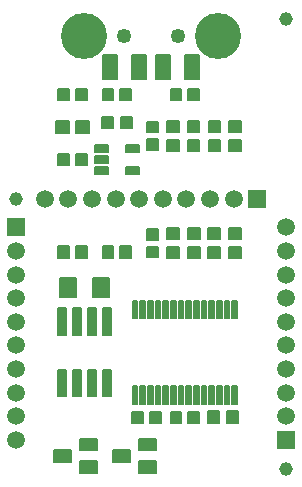
<source format=gts>
G75*
G70*
%OFA0B0*%
%FSLAX24Y24*%
%IPPOS*%
%LPD*%
%AMOC8*
5,1,8,0,0,1.08239X$1,22.5*
%
%ADD10C,0.0061*%
%ADD11C,0.0064*%
%ADD12C,0.0062*%
%ADD13C,0.0061*%
%ADD14C,0.0061*%
%ADD15C,0.0493*%
%ADD16C,0.0064*%
%ADD17C,0.1536*%
%ADD18C,0.0062*%
%ADD19C,0.0060*%
%ADD20C,0.0454*%
%ADD21R,0.0590X0.0590*%
%ADD22C,0.0590*%
D10*
X004126Y008109D02*
X004126Y008739D01*
X004126Y008109D02*
X003576Y008109D01*
X003576Y008739D01*
X004126Y008739D01*
X004126Y008169D02*
X003576Y008169D01*
X003576Y008229D02*
X004126Y008229D01*
X004126Y008289D02*
X003576Y008289D01*
X003576Y008349D02*
X004126Y008349D01*
X004126Y008409D02*
X003576Y008409D01*
X003576Y008469D02*
X004126Y008469D01*
X004126Y008529D02*
X003576Y008529D01*
X003576Y008589D02*
X004126Y008589D01*
X004126Y008649D02*
X003576Y008649D01*
X003576Y008709D02*
X004126Y008709D01*
X005228Y008739D02*
X005228Y008109D01*
X004678Y008109D01*
X004678Y008739D01*
X005228Y008739D01*
X005228Y008169D02*
X004678Y008169D01*
X004678Y008229D02*
X005228Y008229D01*
X005228Y008289D02*
X004678Y008289D01*
X004678Y008349D02*
X005228Y008349D01*
X005228Y008409D02*
X004678Y008409D01*
X004678Y008469D02*
X005228Y008469D01*
X005228Y008529D02*
X004678Y008529D01*
X004678Y008589D02*
X005228Y008589D01*
X005228Y008649D02*
X004678Y008649D01*
X004678Y008709D02*
X005228Y008709D01*
D11*
X004557Y013576D02*
X004129Y013576D01*
X004129Y013966D01*
X004557Y013966D01*
X004557Y013576D01*
X004557Y013639D02*
X004129Y013639D01*
X004129Y013702D02*
X004557Y013702D01*
X004557Y013765D02*
X004129Y013765D01*
X004129Y013828D02*
X004557Y013828D01*
X004557Y013891D02*
X004129Y013891D01*
X004129Y013954D02*
X004557Y013954D01*
X003888Y013576D02*
X003460Y013576D01*
X003460Y013966D01*
X003888Y013966D01*
X003888Y013576D01*
X003888Y013639D02*
X003460Y013639D01*
X003460Y013702D02*
X003888Y013702D01*
X003888Y013765D02*
X003460Y013765D01*
X003460Y013828D02*
X003888Y013828D01*
X003888Y013891D02*
X003460Y013891D01*
X003460Y013954D02*
X003888Y013954D01*
X004813Y003383D02*
X004813Y002993D01*
X004267Y002993D01*
X004267Y003383D01*
X004813Y003383D01*
X004813Y003056D02*
X004267Y003056D01*
X004267Y003119D02*
X004813Y003119D01*
X004813Y003182D02*
X004267Y003182D01*
X004267Y003245D02*
X004813Y003245D01*
X004813Y003308D02*
X004267Y003308D01*
X004267Y003371D02*
X004813Y003371D01*
X004813Y002635D02*
X004813Y002245D01*
X004267Y002245D01*
X004267Y002635D01*
X004813Y002635D01*
X004813Y002308D02*
X004267Y002308D01*
X004267Y002371D02*
X004813Y002371D01*
X004813Y002434D02*
X004267Y002434D01*
X004267Y002497D02*
X004813Y002497D01*
X004813Y002560D02*
X004267Y002560D01*
X004267Y002623D02*
X004813Y002623D01*
X005915Y002619D02*
X005915Y003009D01*
X005915Y002619D02*
X005369Y002619D01*
X005369Y003009D01*
X005915Y003009D01*
X005915Y002682D02*
X005369Y002682D01*
X005369Y002745D02*
X005915Y002745D01*
X005915Y002808D02*
X005369Y002808D01*
X005369Y002871D02*
X005915Y002871D01*
X005915Y002934D02*
X005369Y002934D01*
X005369Y002997D02*
X005915Y002997D01*
X006782Y002993D02*
X006782Y003383D01*
X006782Y002993D02*
X006236Y002993D01*
X006236Y003383D01*
X006782Y003383D01*
X006782Y003056D02*
X006236Y003056D01*
X006236Y003119D02*
X006782Y003119D01*
X006782Y003182D02*
X006236Y003182D01*
X006236Y003245D02*
X006782Y003245D01*
X006782Y003308D02*
X006236Y003308D01*
X006236Y003371D02*
X006782Y003371D01*
X006782Y002635D02*
X006782Y002245D01*
X006236Y002245D01*
X006236Y002635D01*
X006782Y002635D01*
X006782Y002308D02*
X006236Y002308D01*
X006236Y002371D02*
X006782Y002371D01*
X006782Y002434D02*
X006236Y002434D01*
X006236Y002497D02*
X006782Y002497D01*
X006782Y002560D02*
X006236Y002560D01*
X006236Y002623D02*
X006782Y002623D01*
X003947Y002619D02*
X003947Y003009D01*
X003947Y002619D02*
X003401Y002619D01*
X003401Y003009D01*
X003947Y003009D01*
X003947Y002682D02*
X003401Y002682D01*
X003401Y002745D02*
X003947Y002745D01*
X003947Y002808D02*
X003401Y002808D01*
X003401Y002871D02*
X003947Y002871D01*
X003947Y002934D02*
X003401Y002934D01*
X003401Y002997D02*
X003947Y002997D01*
D12*
X005998Y003907D02*
X005998Y004279D01*
X006350Y004279D01*
X006350Y003907D01*
X005998Y003907D01*
X005998Y003968D02*
X006350Y003968D01*
X006350Y004029D02*
X005998Y004029D01*
X005998Y004090D02*
X006350Y004090D01*
X006350Y004151D02*
X005998Y004151D01*
X005998Y004212D02*
X006350Y004212D01*
X006350Y004273D02*
X005998Y004273D01*
X006588Y004279D02*
X006588Y003907D01*
X006588Y004279D02*
X006940Y004279D01*
X006940Y003907D01*
X006588Y003907D01*
X006588Y003968D02*
X006940Y003968D01*
X006940Y004029D02*
X006588Y004029D01*
X006588Y004090D02*
X006940Y004090D01*
X006940Y004151D02*
X006588Y004151D01*
X006588Y004212D02*
X006940Y004212D01*
X006940Y004273D02*
X006588Y004273D01*
X007277Y004279D02*
X007277Y003907D01*
X007277Y004279D02*
X007629Y004279D01*
X007629Y003907D01*
X007277Y003907D01*
X007277Y003968D02*
X007629Y003968D01*
X007629Y004029D02*
X007277Y004029D01*
X007277Y004090D02*
X007629Y004090D01*
X007629Y004151D02*
X007277Y004151D01*
X007277Y004212D02*
X007629Y004212D01*
X007629Y004273D02*
X007277Y004273D01*
X007868Y004279D02*
X007868Y003907D01*
X007868Y004279D02*
X008220Y004279D01*
X008220Y003907D01*
X007868Y003907D01*
X007868Y003968D02*
X008220Y003968D01*
X008220Y004029D02*
X007868Y004029D01*
X007868Y004090D02*
X008220Y004090D01*
X008220Y004151D02*
X007868Y004151D01*
X007868Y004212D02*
X008220Y004212D01*
X008220Y004273D02*
X007868Y004273D01*
X006852Y009429D02*
X006480Y009429D01*
X006480Y009781D01*
X006852Y009781D01*
X006852Y009429D01*
X006852Y009490D02*
X006480Y009490D01*
X006480Y009551D02*
X006852Y009551D01*
X006852Y009612D02*
X006480Y009612D01*
X006480Y009673D02*
X006852Y009673D01*
X006852Y009734D02*
X006480Y009734D01*
X006480Y010020D02*
X006852Y010020D01*
X006480Y010020D02*
X006480Y010372D01*
X006852Y010372D01*
X006852Y010020D01*
X006852Y010081D02*
X006480Y010081D01*
X006480Y010142D02*
X006852Y010142D01*
X006852Y010203D02*
X006480Y010203D01*
X006480Y010264D02*
X006852Y010264D01*
X006852Y010325D02*
X006480Y010325D01*
X005956Y009791D02*
X005956Y009419D01*
X005604Y009419D01*
X005604Y009791D01*
X005956Y009791D01*
X005956Y009480D02*
X005604Y009480D01*
X005604Y009541D02*
X005956Y009541D01*
X005956Y009602D02*
X005604Y009602D01*
X005604Y009663D02*
X005956Y009663D01*
X005956Y009724D02*
X005604Y009724D01*
X005604Y009785D02*
X005956Y009785D01*
X005366Y009791D02*
X005366Y009419D01*
X005014Y009419D01*
X005014Y009791D01*
X005366Y009791D01*
X005366Y009480D02*
X005014Y009480D01*
X005014Y009541D02*
X005366Y009541D01*
X005366Y009602D02*
X005014Y009602D01*
X005014Y009663D02*
X005366Y009663D01*
X005366Y009724D02*
X005014Y009724D01*
X005014Y009785D02*
X005366Y009785D01*
X004128Y009791D02*
X004128Y009419D01*
X004128Y009791D02*
X004480Y009791D01*
X004480Y009419D01*
X004128Y009419D01*
X004128Y009480D02*
X004480Y009480D01*
X004480Y009541D02*
X004128Y009541D01*
X004128Y009602D02*
X004480Y009602D01*
X004480Y009663D02*
X004128Y009663D01*
X004128Y009724D02*
X004480Y009724D01*
X004480Y009785D02*
X004128Y009785D01*
X003537Y009791D02*
X003537Y009419D01*
X003537Y009791D02*
X003889Y009791D01*
X003889Y009419D01*
X003537Y009419D01*
X003537Y009480D02*
X003889Y009480D01*
X003889Y009541D02*
X003537Y009541D01*
X003537Y009602D02*
X003889Y009602D01*
X003889Y009663D02*
X003537Y009663D01*
X003537Y009724D02*
X003889Y009724D01*
X003889Y009785D02*
X003537Y009785D01*
X003537Y012502D02*
X003537Y012874D01*
X003889Y012874D01*
X003889Y012502D01*
X003537Y012502D01*
X003537Y012563D02*
X003889Y012563D01*
X003889Y012624D02*
X003537Y012624D01*
X003537Y012685D02*
X003889Y012685D01*
X003889Y012746D02*
X003537Y012746D01*
X003537Y012807D02*
X003889Y012807D01*
X003889Y012868D02*
X003537Y012868D01*
X004128Y012874D02*
X004128Y012502D01*
X004128Y012874D02*
X004480Y012874D01*
X004480Y012502D01*
X004128Y012502D01*
X004128Y012563D02*
X004480Y012563D01*
X004480Y012624D02*
X004128Y012624D01*
X004128Y012685D02*
X004480Y012685D01*
X004480Y012746D02*
X004128Y012746D01*
X004128Y012807D02*
X004480Y012807D01*
X004480Y012868D02*
X004128Y012868D01*
X005346Y013735D02*
X005346Y014107D01*
X005346Y013735D02*
X004994Y013735D01*
X004994Y014107D01*
X005346Y014107D01*
X005346Y013796D02*
X004994Y013796D01*
X004994Y013857D02*
X005346Y013857D01*
X005346Y013918D02*
X004994Y013918D01*
X004994Y013979D02*
X005346Y013979D01*
X005346Y014040D02*
X004994Y014040D01*
X004994Y014101D02*
X005346Y014101D01*
X005976Y014107D02*
X005976Y013735D01*
X005624Y013735D01*
X005624Y014107D01*
X005976Y014107D01*
X005976Y013796D02*
X005624Y013796D01*
X005624Y013857D02*
X005976Y013857D01*
X005976Y013918D02*
X005624Y013918D01*
X005624Y013979D02*
X005976Y013979D01*
X005976Y014040D02*
X005624Y014040D01*
X005624Y014101D02*
X005976Y014101D01*
X005956Y014667D02*
X005956Y015039D01*
X005956Y014667D02*
X005604Y014667D01*
X005604Y015039D01*
X005956Y015039D01*
X005956Y014728D02*
X005604Y014728D01*
X005604Y014789D02*
X005956Y014789D01*
X005956Y014850D02*
X005604Y014850D01*
X005604Y014911D02*
X005956Y014911D01*
X005956Y014972D02*
X005604Y014972D01*
X005604Y015033D02*
X005956Y015033D01*
X005366Y015039D02*
X005366Y014667D01*
X005014Y014667D01*
X005014Y015039D01*
X005366Y015039D01*
X005366Y014728D02*
X005014Y014728D01*
X005014Y014789D02*
X005366Y014789D01*
X005366Y014850D02*
X005014Y014850D01*
X005014Y014911D02*
X005366Y014911D01*
X005366Y014972D02*
X005014Y014972D01*
X005014Y015033D02*
X005366Y015033D01*
X004480Y015039D02*
X004480Y014667D01*
X004128Y014667D01*
X004128Y015039D01*
X004480Y015039D01*
X004480Y014728D02*
X004128Y014728D01*
X004128Y014789D02*
X004480Y014789D01*
X004480Y014850D02*
X004128Y014850D01*
X004128Y014911D02*
X004480Y014911D01*
X004480Y014972D02*
X004128Y014972D01*
X004128Y015033D02*
X004480Y015033D01*
X003889Y015039D02*
X003889Y014667D01*
X003537Y014667D01*
X003537Y015039D01*
X003889Y015039D01*
X003889Y014728D02*
X003537Y014728D01*
X003537Y014789D02*
X003889Y014789D01*
X003889Y014850D02*
X003537Y014850D01*
X003537Y014911D02*
X003889Y014911D01*
X003889Y014972D02*
X003537Y014972D01*
X003537Y015033D02*
X003889Y015033D01*
X006480Y013595D02*
X006852Y013595D01*
X006480Y013595D02*
X006480Y013947D01*
X006852Y013947D01*
X006852Y013595D01*
X006852Y013656D02*
X006480Y013656D01*
X006480Y013717D02*
X006852Y013717D01*
X006852Y013778D02*
X006480Y013778D01*
X006480Y013839D02*
X006852Y013839D01*
X006852Y013900D02*
X006480Y013900D01*
X006480Y013004D02*
X006852Y013004D01*
X006480Y013004D02*
X006480Y013356D01*
X006852Y013356D01*
X006852Y013004D01*
X006852Y013065D02*
X006480Y013065D01*
X006480Y013126D02*
X006852Y013126D01*
X006852Y013187D02*
X006480Y013187D01*
X006480Y013248D02*
X006852Y013248D01*
X006852Y013309D02*
X006480Y013309D01*
X007169Y013336D02*
X007541Y013336D01*
X007541Y012984D01*
X007169Y012984D01*
X007169Y013336D01*
X007169Y013045D02*
X007541Y013045D01*
X007541Y013106D02*
X007169Y013106D01*
X007169Y013167D02*
X007541Y013167D01*
X007541Y013228D02*
X007169Y013228D01*
X007169Y013289D02*
X007541Y013289D01*
X007541Y013966D02*
X007169Y013966D01*
X007541Y013966D02*
X007541Y013614D01*
X007169Y013614D01*
X007169Y013966D01*
X007169Y013675D02*
X007541Y013675D01*
X007541Y013736D02*
X007169Y013736D01*
X007169Y013797D02*
X007541Y013797D01*
X007541Y013858D02*
X007169Y013858D01*
X007169Y013919D02*
X007541Y013919D01*
X007858Y013966D02*
X008230Y013966D01*
X008230Y013614D01*
X007858Y013614D01*
X007858Y013966D01*
X007858Y013675D02*
X008230Y013675D01*
X008230Y013736D02*
X007858Y013736D01*
X007858Y013797D02*
X008230Y013797D01*
X008230Y013858D02*
X007858Y013858D01*
X007858Y013919D02*
X008230Y013919D01*
X008230Y013336D02*
X007858Y013336D01*
X008230Y013336D02*
X008230Y012984D01*
X007858Y012984D01*
X007858Y013336D01*
X007858Y013045D02*
X008230Y013045D01*
X008230Y013106D02*
X007858Y013106D01*
X007858Y013167D02*
X008230Y013167D01*
X008230Y013228D02*
X007858Y013228D01*
X007858Y013289D02*
X008230Y013289D01*
X008547Y013336D02*
X008919Y013336D01*
X008919Y012984D01*
X008547Y012984D01*
X008547Y013336D01*
X008547Y013045D02*
X008919Y013045D01*
X008919Y013106D02*
X008547Y013106D01*
X008547Y013167D02*
X008919Y013167D01*
X008919Y013228D02*
X008547Y013228D01*
X008547Y013289D02*
X008919Y013289D01*
X008919Y013966D02*
X008547Y013966D01*
X008919Y013966D02*
X008919Y013614D01*
X008547Y013614D01*
X008547Y013966D01*
X008547Y013675D02*
X008919Y013675D01*
X008919Y013736D02*
X008547Y013736D01*
X008547Y013797D02*
X008919Y013797D01*
X008919Y013858D02*
X008547Y013858D01*
X008547Y013919D02*
X008919Y013919D01*
X009236Y013966D02*
X009608Y013966D01*
X009608Y013614D01*
X009236Y013614D01*
X009236Y013966D01*
X009236Y013675D02*
X009608Y013675D01*
X009608Y013736D02*
X009236Y013736D01*
X009236Y013797D02*
X009608Y013797D01*
X009608Y013858D02*
X009236Y013858D01*
X009236Y013919D02*
X009608Y013919D01*
X009608Y013336D02*
X009236Y013336D01*
X009608Y013336D02*
X009608Y012984D01*
X009236Y012984D01*
X009236Y013336D01*
X009236Y013045D02*
X009608Y013045D01*
X009608Y013106D02*
X009236Y013106D01*
X009236Y013167D02*
X009608Y013167D01*
X009608Y013228D02*
X009236Y013228D01*
X009236Y013289D02*
X009608Y013289D01*
X007868Y014667D02*
X007868Y015039D01*
X008220Y015039D01*
X008220Y014667D01*
X007868Y014667D01*
X007868Y014728D02*
X008220Y014728D01*
X008220Y014789D02*
X007868Y014789D01*
X007868Y014850D02*
X008220Y014850D01*
X008220Y014911D02*
X007868Y014911D01*
X007868Y014972D02*
X008220Y014972D01*
X008220Y015033D02*
X007868Y015033D01*
X007277Y015039D02*
X007277Y014667D01*
X007277Y015039D02*
X007629Y015039D01*
X007629Y014667D01*
X007277Y014667D01*
X007277Y014728D02*
X007629Y014728D01*
X007629Y014789D02*
X007277Y014789D01*
X007277Y014850D02*
X007629Y014850D01*
X007629Y014911D02*
X007277Y014911D01*
X007277Y014972D02*
X007629Y014972D01*
X007629Y015033D02*
X007277Y015033D01*
D13*
X007158Y010402D02*
X007552Y010402D01*
X007552Y010028D01*
X007158Y010028D01*
X007158Y010402D01*
X007158Y010088D02*
X007552Y010088D01*
X007552Y010148D02*
X007158Y010148D01*
X007158Y010208D02*
X007552Y010208D01*
X007552Y010268D02*
X007158Y010268D01*
X007158Y010328D02*
X007552Y010328D01*
X007552Y010388D02*
X007158Y010388D01*
X007158Y009773D02*
X007552Y009773D01*
X007552Y009399D01*
X007158Y009399D01*
X007158Y009773D01*
X007158Y009459D02*
X007552Y009459D01*
X007552Y009519D02*
X007158Y009519D01*
X007158Y009579D02*
X007552Y009579D01*
X007552Y009639D02*
X007158Y009639D01*
X007158Y009699D02*
X007552Y009699D01*
X007552Y009759D02*
X007158Y009759D01*
X007847Y009399D02*
X008241Y009399D01*
X007847Y009399D02*
X007847Y009773D01*
X008241Y009773D01*
X008241Y009399D01*
X008241Y009459D02*
X007847Y009459D01*
X007847Y009519D02*
X008241Y009519D01*
X008241Y009579D02*
X007847Y009579D01*
X007847Y009639D02*
X008241Y009639D01*
X008241Y009699D02*
X007847Y009699D01*
X007847Y009759D02*
X008241Y009759D01*
X008241Y010028D02*
X007847Y010028D01*
X007847Y010402D01*
X008241Y010402D01*
X008241Y010028D01*
X008241Y010088D02*
X007847Y010088D01*
X007847Y010148D02*
X008241Y010148D01*
X008241Y010208D02*
X007847Y010208D01*
X007847Y010268D02*
X008241Y010268D01*
X008241Y010328D02*
X007847Y010328D01*
X007847Y010388D02*
X008241Y010388D01*
X008536Y010402D02*
X008930Y010402D01*
X008930Y010028D01*
X008536Y010028D01*
X008536Y010402D01*
X008536Y010088D02*
X008930Y010088D01*
X008930Y010148D02*
X008536Y010148D01*
X008536Y010208D02*
X008930Y010208D01*
X008930Y010268D02*
X008536Y010268D01*
X008536Y010328D02*
X008930Y010328D01*
X008930Y010388D02*
X008536Y010388D01*
X008536Y009773D02*
X008930Y009773D01*
X008930Y009399D01*
X008536Y009399D01*
X008536Y009773D01*
X008536Y009459D02*
X008930Y009459D01*
X008930Y009519D02*
X008536Y009519D01*
X008536Y009579D02*
X008930Y009579D01*
X008930Y009639D02*
X008536Y009639D01*
X008536Y009699D02*
X008930Y009699D01*
X008930Y009759D02*
X008536Y009759D01*
X009225Y009773D02*
X009619Y009773D01*
X009619Y009399D01*
X009225Y009399D01*
X009225Y009773D01*
X009225Y009459D02*
X009619Y009459D01*
X009619Y009519D02*
X009225Y009519D01*
X009225Y009579D02*
X009619Y009579D01*
X009619Y009639D02*
X009225Y009639D01*
X009225Y009699D02*
X009619Y009699D01*
X009619Y009759D02*
X009225Y009759D01*
X009225Y010402D02*
X009619Y010402D01*
X009619Y010028D01*
X009225Y010028D01*
X009225Y010402D01*
X009225Y010088D02*
X009619Y010088D01*
X009619Y010148D02*
X009225Y010148D01*
X009225Y010208D02*
X009619Y010208D01*
X009619Y010268D02*
X009225Y010268D01*
X009225Y010328D02*
X009619Y010328D01*
X009619Y010388D02*
X009225Y010388D01*
X009156Y004290D02*
X009156Y003896D01*
X009156Y004290D02*
X009530Y004290D01*
X009530Y003896D01*
X009156Y003896D01*
X009156Y003956D02*
X009530Y003956D01*
X009530Y004016D02*
X009156Y004016D01*
X009156Y004076D02*
X009530Y004076D01*
X009530Y004136D02*
X009156Y004136D01*
X009156Y004196D02*
X009530Y004196D01*
X009530Y004256D02*
X009156Y004256D01*
X008526Y004290D02*
X008526Y003896D01*
X008526Y004290D02*
X008900Y004290D01*
X008900Y003896D01*
X008526Y003896D01*
X008526Y003956D02*
X008900Y003956D01*
X008900Y004016D02*
X008526Y004016D01*
X008526Y004076D02*
X008900Y004076D01*
X008900Y004136D02*
X008526Y004136D01*
X008526Y004196D02*
X008900Y004196D01*
X008900Y004256D02*
X008526Y004256D01*
D14*
X008566Y004537D02*
X008722Y004537D01*
X008566Y004537D02*
X008566Y005127D01*
X008722Y005127D01*
X008722Y004537D01*
X008722Y004597D02*
X008566Y004597D01*
X008566Y004657D02*
X008722Y004657D01*
X008722Y004717D02*
X008566Y004717D01*
X008566Y004777D02*
X008722Y004777D01*
X008722Y004837D02*
X008566Y004837D01*
X008566Y004897D02*
X008722Y004897D01*
X008722Y004957D02*
X008566Y004957D01*
X008566Y005017D02*
X008722Y005017D01*
X008722Y005077D02*
X008566Y005077D01*
X008466Y004537D02*
X008310Y004537D01*
X008310Y005127D01*
X008466Y005127D01*
X008466Y004537D01*
X008466Y004597D02*
X008310Y004597D01*
X008310Y004657D02*
X008466Y004657D01*
X008466Y004717D02*
X008310Y004717D01*
X008310Y004777D02*
X008466Y004777D01*
X008466Y004837D02*
X008310Y004837D01*
X008310Y004897D02*
X008466Y004897D01*
X008466Y004957D02*
X008310Y004957D01*
X008310Y005017D02*
X008466Y005017D01*
X008466Y005077D02*
X008310Y005077D01*
X008211Y004537D02*
X008055Y004537D01*
X008055Y005127D01*
X008211Y005127D01*
X008211Y004537D01*
X008211Y004597D02*
X008055Y004597D01*
X008055Y004657D02*
X008211Y004657D01*
X008211Y004717D02*
X008055Y004717D01*
X008055Y004777D02*
X008211Y004777D01*
X008211Y004837D02*
X008055Y004837D01*
X008055Y004897D02*
X008211Y004897D01*
X008211Y004957D02*
X008055Y004957D01*
X008055Y005017D02*
X008211Y005017D01*
X008211Y005077D02*
X008055Y005077D01*
X007955Y004537D02*
X007799Y004537D01*
X007799Y005127D01*
X007955Y005127D01*
X007955Y004537D01*
X007955Y004597D02*
X007799Y004597D01*
X007799Y004657D02*
X007955Y004657D01*
X007955Y004717D02*
X007799Y004717D01*
X007799Y004777D02*
X007955Y004777D01*
X007955Y004837D02*
X007799Y004837D01*
X007799Y004897D02*
X007955Y004897D01*
X007955Y004957D02*
X007799Y004957D01*
X007799Y005017D02*
X007955Y005017D01*
X007955Y005077D02*
X007799Y005077D01*
X007699Y004537D02*
X007543Y004537D01*
X007543Y005127D01*
X007699Y005127D01*
X007699Y004537D01*
X007699Y004597D02*
X007543Y004597D01*
X007543Y004657D02*
X007699Y004657D01*
X007699Y004717D02*
X007543Y004717D01*
X007543Y004777D02*
X007699Y004777D01*
X007699Y004837D02*
X007543Y004837D01*
X007543Y004897D02*
X007699Y004897D01*
X007699Y004957D02*
X007543Y004957D01*
X007543Y005017D02*
X007699Y005017D01*
X007699Y005077D02*
X007543Y005077D01*
X007443Y004537D02*
X007287Y004537D01*
X007287Y005127D01*
X007443Y005127D01*
X007443Y004537D01*
X007443Y004597D02*
X007287Y004597D01*
X007287Y004657D02*
X007443Y004657D01*
X007443Y004717D02*
X007287Y004717D01*
X007287Y004777D02*
X007443Y004777D01*
X007443Y004837D02*
X007287Y004837D01*
X007287Y004897D02*
X007443Y004897D01*
X007443Y004957D02*
X007287Y004957D01*
X007287Y005017D02*
X007443Y005017D01*
X007443Y005077D02*
X007287Y005077D01*
X007187Y004537D02*
X007031Y004537D01*
X007031Y005127D01*
X007187Y005127D01*
X007187Y004537D01*
X007187Y004597D02*
X007031Y004597D01*
X007031Y004657D02*
X007187Y004657D01*
X007187Y004717D02*
X007031Y004717D01*
X007031Y004777D02*
X007187Y004777D01*
X007187Y004837D02*
X007031Y004837D01*
X007031Y004897D02*
X007187Y004897D01*
X007187Y004957D02*
X007031Y004957D01*
X007031Y005017D02*
X007187Y005017D01*
X007187Y005077D02*
X007031Y005077D01*
X006931Y004537D02*
X006775Y004537D01*
X006775Y005127D01*
X006931Y005127D01*
X006931Y004537D01*
X006931Y004597D02*
X006775Y004597D01*
X006775Y004657D02*
X006931Y004657D01*
X006931Y004717D02*
X006775Y004717D01*
X006775Y004777D02*
X006931Y004777D01*
X006931Y004837D02*
X006775Y004837D01*
X006775Y004897D02*
X006931Y004897D01*
X006931Y004957D02*
X006775Y004957D01*
X006775Y005017D02*
X006931Y005017D01*
X006931Y005077D02*
X006775Y005077D01*
X006675Y004537D02*
X006519Y004537D01*
X006519Y005127D01*
X006675Y005127D01*
X006675Y004537D01*
X006675Y004597D02*
X006519Y004597D01*
X006519Y004657D02*
X006675Y004657D01*
X006675Y004717D02*
X006519Y004717D01*
X006519Y004777D02*
X006675Y004777D01*
X006675Y004837D02*
X006519Y004837D01*
X006519Y004897D02*
X006675Y004897D01*
X006675Y004957D02*
X006519Y004957D01*
X006519Y005017D02*
X006675Y005017D01*
X006675Y005077D02*
X006519Y005077D01*
X006419Y004537D02*
X006263Y004537D01*
X006263Y005127D01*
X006419Y005127D01*
X006419Y004537D01*
X006419Y004597D02*
X006263Y004597D01*
X006263Y004657D02*
X006419Y004657D01*
X006419Y004717D02*
X006263Y004717D01*
X006263Y004777D02*
X006419Y004777D01*
X006419Y004837D02*
X006263Y004837D01*
X006263Y004897D02*
X006419Y004897D01*
X006419Y004957D02*
X006263Y004957D01*
X006263Y005017D02*
X006419Y005017D01*
X006419Y005077D02*
X006263Y005077D01*
X006163Y004537D02*
X006007Y004537D01*
X006007Y005127D01*
X006163Y005127D01*
X006163Y004537D01*
X006163Y004597D02*
X006007Y004597D01*
X006007Y004657D02*
X006163Y004657D01*
X006163Y004717D02*
X006007Y004717D01*
X006007Y004777D02*
X006163Y004777D01*
X006163Y004837D02*
X006007Y004837D01*
X006007Y004897D02*
X006163Y004897D01*
X006163Y004957D02*
X006007Y004957D01*
X006007Y005017D02*
X006163Y005017D01*
X006163Y005077D02*
X006007Y005077D01*
X006007Y007391D02*
X006163Y007391D01*
X006007Y007391D02*
X006007Y007981D01*
X006163Y007981D01*
X006163Y007391D01*
X006163Y007451D02*
X006007Y007451D01*
X006007Y007511D02*
X006163Y007511D01*
X006163Y007571D02*
X006007Y007571D01*
X006007Y007631D02*
X006163Y007631D01*
X006163Y007691D02*
X006007Y007691D01*
X006007Y007751D02*
X006163Y007751D01*
X006163Y007811D02*
X006007Y007811D01*
X006007Y007871D02*
X006163Y007871D01*
X006163Y007931D02*
X006007Y007931D01*
X006263Y007391D02*
X006419Y007391D01*
X006263Y007391D02*
X006263Y007981D01*
X006419Y007981D01*
X006419Y007391D01*
X006419Y007451D02*
X006263Y007451D01*
X006263Y007511D02*
X006419Y007511D01*
X006419Y007571D02*
X006263Y007571D01*
X006263Y007631D02*
X006419Y007631D01*
X006419Y007691D02*
X006263Y007691D01*
X006263Y007751D02*
X006419Y007751D01*
X006419Y007811D02*
X006263Y007811D01*
X006263Y007871D02*
X006419Y007871D01*
X006419Y007931D02*
X006263Y007931D01*
X006519Y007391D02*
X006675Y007391D01*
X006519Y007391D02*
X006519Y007981D01*
X006675Y007981D01*
X006675Y007391D01*
X006675Y007451D02*
X006519Y007451D01*
X006519Y007511D02*
X006675Y007511D01*
X006675Y007571D02*
X006519Y007571D01*
X006519Y007631D02*
X006675Y007631D01*
X006675Y007691D02*
X006519Y007691D01*
X006519Y007751D02*
X006675Y007751D01*
X006675Y007811D02*
X006519Y007811D01*
X006519Y007871D02*
X006675Y007871D01*
X006675Y007931D02*
X006519Y007931D01*
X006775Y007391D02*
X006931Y007391D01*
X006775Y007391D02*
X006775Y007981D01*
X006931Y007981D01*
X006931Y007391D01*
X006931Y007451D02*
X006775Y007451D01*
X006775Y007511D02*
X006931Y007511D01*
X006931Y007571D02*
X006775Y007571D01*
X006775Y007631D02*
X006931Y007631D01*
X006931Y007691D02*
X006775Y007691D01*
X006775Y007751D02*
X006931Y007751D01*
X006931Y007811D02*
X006775Y007811D01*
X006775Y007871D02*
X006931Y007871D01*
X006931Y007931D02*
X006775Y007931D01*
X007031Y007391D02*
X007187Y007391D01*
X007031Y007391D02*
X007031Y007981D01*
X007187Y007981D01*
X007187Y007391D01*
X007187Y007451D02*
X007031Y007451D01*
X007031Y007511D02*
X007187Y007511D01*
X007187Y007571D02*
X007031Y007571D01*
X007031Y007631D02*
X007187Y007631D01*
X007187Y007691D02*
X007031Y007691D01*
X007031Y007751D02*
X007187Y007751D01*
X007187Y007811D02*
X007031Y007811D01*
X007031Y007871D02*
X007187Y007871D01*
X007187Y007931D02*
X007031Y007931D01*
X007287Y007391D02*
X007443Y007391D01*
X007287Y007391D02*
X007287Y007981D01*
X007443Y007981D01*
X007443Y007391D01*
X007443Y007451D02*
X007287Y007451D01*
X007287Y007511D02*
X007443Y007511D01*
X007443Y007571D02*
X007287Y007571D01*
X007287Y007631D02*
X007443Y007631D01*
X007443Y007691D02*
X007287Y007691D01*
X007287Y007751D02*
X007443Y007751D01*
X007443Y007811D02*
X007287Y007811D01*
X007287Y007871D02*
X007443Y007871D01*
X007443Y007931D02*
X007287Y007931D01*
X007543Y007391D02*
X007699Y007391D01*
X007543Y007391D02*
X007543Y007981D01*
X007699Y007981D01*
X007699Y007391D01*
X007699Y007451D02*
X007543Y007451D01*
X007543Y007511D02*
X007699Y007511D01*
X007699Y007571D02*
X007543Y007571D01*
X007543Y007631D02*
X007699Y007631D01*
X007699Y007691D02*
X007543Y007691D01*
X007543Y007751D02*
X007699Y007751D01*
X007699Y007811D02*
X007543Y007811D01*
X007543Y007871D02*
X007699Y007871D01*
X007699Y007931D02*
X007543Y007931D01*
X007799Y007391D02*
X007955Y007391D01*
X007799Y007391D02*
X007799Y007981D01*
X007955Y007981D01*
X007955Y007391D01*
X007955Y007451D02*
X007799Y007451D01*
X007799Y007511D02*
X007955Y007511D01*
X007955Y007571D02*
X007799Y007571D01*
X007799Y007631D02*
X007955Y007631D01*
X007955Y007691D02*
X007799Y007691D01*
X007799Y007751D02*
X007955Y007751D01*
X007955Y007811D02*
X007799Y007811D01*
X007799Y007871D02*
X007955Y007871D01*
X007955Y007931D02*
X007799Y007931D01*
X008055Y007391D02*
X008211Y007391D01*
X008055Y007391D02*
X008055Y007981D01*
X008211Y007981D01*
X008211Y007391D01*
X008211Y007451D02*
X008055Y007451D01*
X008055Y007511D02*
X008211Y007511D01*
X008211Y007571D02*
X008055Y007571D01*
X008055Y007631D02*
X008211Y007631D01*
X008211Y007691D02*
X008055Y007691D01*
X008055Y007751D02*
X008211Y007751D01*
X008211Y007811D02*
X008055Y007811D01*
X008055Y007871D02*
X008211Y007871D01*
X008211Y007931D02*
X008055Y007931D01*
X008310Y007391D02*
X008466Y007391D01*
X008310Y007391D02*
X008310Y007981D01*
X008466Y007981D01*
X008466Y007391D01*
X008466Y007451D02*
X008310Y007451D01*
X008310Y007511D02*
X008466Y007511D01*
X008466Y007571D02*
X008310Y007571D01*
X008310Y007631D02*
X008466Y007631D01*
X008466Y007691D02*
X008310Y007691D01*
X008310Y007751D02*
X008466Y007751D01*
X008466Y007811D02*
X008310Y007811D01*
X008310Y007871D02*
X008466Y007871D01*
X008466Y007931D02*
X008310Y007931D01*
X008566Y007391D02*
X008722Y007391D01*
X008566Y007391D02*
X008566Y007981D01*
X008722Y007981D01*
X008722Y007391D01*
X008722Y007451D02*
X008566Y007451D01*
X008566Y007511D02*
X008722Y007511D01*
X008722Y007571D02*
X008566Y007571D01*
X008566Y007631D02*
X008722Y007631D01*
X008722Y007691D02*
X008566Y007691D01*
X008566Y007751D02*
X008722Y007751D01*
X008722Y007811D02*
X008566Y007811D01*
X008566Y007871D02*
X008722Y007871D01*
X008722Y007931D02*
X008566Y007931D01*
X008822Y007391D02*
X008978Y007391D01*
X008822Y007391D02*
X008822Y007981D01*
X008978Y007981D01*
X008978Y007391D01*
X008978Y007451D02*
X008822Y007451D01*
X008822Y007511D02*
X008978Y007511D01*
X008978Y007571D02*
X008822Y007571D01*
X008822Y007631D02*
X008978Y007631D01*
X008978Y007691D02*
X008822Y007691D01*
X008822Y007751D02*
X008978Y007751D01*
X008978Y007811D02*
X008822Y007811D01*
X008822Y007871D02*
X008978Y007871D01*
X008978Y007931D02*
X008822Y007931D01*
X009078Y007391D02*
X009234Y007391D01*
X009078Y007391D02*
X009078Y007981D01*
X009234Y007981D01*
X009234Y007391D01*
X009234Y007451D02*
X009078Y007451D01*
X009078Y007511D02*
X009234Y007511D01*
X009234Y007571D02*
X009078Y007571D01*
X009078Y007631D02*
X009234Y007631D01*
X009234Y007691D02*
X009078Y007691D01*
X009078Y007751D02*
X009234Y007751D01*
X009234Y007811D02*
X009078Y007811D01*
X009078Y007871D02*
X009234Y007871D01*
X009234Y007931D02*
X009078Y007931D01*
X009334Y007391D02*
X009490Y007391D01*
X009334Y007391D02*
X009334Y007981D01*
X009490Y007981D01*
X009490Y007391D01*
X009490Y007451D02*
X009334Y007451D01*
X009334Y007511D02*
X009490Y007511D01*
X009490Y007571D02*
X009334Y007571D01*
X009334Y007631D02*
X009490Y007631D01*
X009490Y007691D02*
X009334Y007691D01*
X009334Y007751D02*
X009490Y007751D01*
X009490Y007811D02*
X009334Y007811D01*
X009334Y007871D02*
X009490Y007871D01*
X009490Y007931D02*
X009334Y007931D01*
X009334Y004537D02*
X009490Y004537D01*
X009334Y004537D02*
X009334Y005127D01*
X009490Y005127D01*
X009490Y004537D01*
X009490Y004597D02*
X009334Y004597D01*
X009334Y004657D02*
X009490Y004657D01*
X009490Y004717D02*
X009334Y004717D01*
X009334Y004777D02*
X009490Y004777D01*
X009490Y004837D02*
X009334Y004837D01*
X009334Y004897D02*
X009490Y004897D01*
X009490Y004957D02*
X009334Y004957D01*
X009334Y005017D02*
X009490Y005017D01*
X009490Y005077D02*
X009334Y005077D01*
X009234Y004537D02*
X009078Y004537D01*
X009078Y005127D01*
X009234Y005127D01*
X009234Y004537D01*
X009234Y004597D02*
X009078Y004597D01*
X009078Y004657D02*
X009234Y004657D01*
X009234Y004717D02*
X009078Y004717D01*
X009078Y004777D02*
X009234Y004777D01*
X009234Y004837D02*
X009078Y004837D01*
X009078Y004897D02*
X009234Y004897D01*
X009234Y004957D02*
X009078Y004957D01*
X009078Y005017D02*
X009234Y005017D01*
X009234Y005077D02*
X009078Y005077D01*
X008978Y004537D02*
X008822Y004537D01*
X008822Y005127D01*
X008978Y005127D01*
X008978Y004537D01*
X008978Y004597D02*
X008822Y004597D01*
X008822Y004657D02*
X008978Y004657D01*
X008978Y004717D02*
X008822Y004717D01*
X008822Y004777D02*
X008978Y004777D01*
X008978Y004837D02*
X008822Y004837D01*
X008822Y004897D02*
X008978Y004897D01*
X008978Y004957D02*
X008822Y004957D01*
X008822Y005017D02*
X008978Y005017D01*
X008978Y005077D02*
X008822Y005077D01*
D15*
X007509Y016802D03*
X005737Y016802D03*
D16*
X005995Y016169D02*
X006463Y016169D01*
X006463Y015387D01*
X005995Y015387D01*
X005995Y016169D01*
X005995Y015450D02*
X006463Y015450D01*
X006463Y015513D02*
X005995Y015513D01*
X005995Y015576D02*
X006463Y015576D01*
X006463Y015639D02*
X005995Y015639D01*
X005995Y015702D02*
X006463Y015702D01*
X006463Y015765D02*
X005995Y015765D01*
X005995Y015828D02*
X006463Y015828D01*
X006463Y015891D02*
X005995Y015891D01*
X005995Y015954D02*
X006463Y015954D01*
X006463Y016017D02*
X005995Y016017D01*
X005995Y016080D02*
X006463Y016080D01*
X006463Y016143D02*
X005995Y016143D01*
X005479Y016169D02*
X005011Y016169D01*
X005479Y016169D02*
X005479Y015387D01*
X005011Y015387D01*
X005011Y016169D01*
X005011Y015450D02*
X005479Y015450D01*
X005479Y015513D02*
X005011Y015513D01*
X005011Y015576D02*
X005479Y015576D01*
X005479Y015639D02*
X005011Y015639D01*
X005011Y015702D02*
X005479Y015702D01*
X005479Y015765D02*
X005011Y015765D01*
X005011Y015828D02*
X005479Y015828D01*
X005479Y015891D02*
X005011Y015891D01*
X005011Y015954D02*
X005479Y015954D01*
X005479Y016017D02*
X005011Y016017D01*
X005011Y016080D02*
X005479Y016080D01*
X005479Y016143D02*
X005011Y016143D01*
X006782Y016169D02*
X007250Y016169D01*
X007250Y015387D01*
X006782Y015387D01*
X006782Y016169D01*
X006782Y015450D02*
X007250Y015450D01*
X007250Y015513D02*
X006782Y015513D01*
X006782Y015576D02*
X007250Y015576D01*
X007250Y015639D02*
X006782Y015639D01*
X006782Y015702D02*
X007250Y015702D01*
X007250Y015765D02*
X006782Y015765D01*
X006782Y015828D02*
X007250Y015828D01*
X007250Y015891D02*
X006782Y015891D01*
X006782Y015954D02*
X007250Y015954D01*
X007250Y016017D02*
X006782Y016017D01*
X006782Y016080D02*
X007250Y016080D01*
X007250Y016143D02*
X006782Y016143D01*
X007767Y016169D02*
X008235Y016169D01*
X008235Y015387D01*
X007767Y015387D01*
X007767Y016169D01*
X007767Y015450D02*
X008235Y015450D01*
X008235Y015513D02*
X007767Y015513D01*
X007767Y015576D02*
X008235Y015576D01*
X008235Y015639D02*
X007767Y015639D01*
X007767Y015702D02*
X008235Y015702D01*
X008235Y015765D02*
X007767Y015765D01*
X007767Y015828D02*
X008235Y015828D01*
X008235Y015891D02*
X007767Y015891D01*
X007767Y015954D02*
X008235Y015954D01*
X008235Y016017D02*
X007767Y016017D01*
X007767Y016080D02*
X008235Y016080D01*
X008235Y016143D02*
X007767Y016143D01*
D17*
X008867Y016802D03*
X004379Y016802D03*
D18*
X004758Y012945D02*
X005188Y012945D01*
X004758Y012945D02*
X004758Y013179D01*
X005188Y013179D01*
X005188Y012945D01*
X005188Y013006D02*
X004758Y013006D01*
X004758Y013067D02*
X005188Y013067D01*
X005188Y013128D02*
X004758Y013128D01*
X004758Y012571D02*
X005188Y012571D01*
X004758Y012571D02*
X004758Y012805D01*
X005188Y012805D01*
X005188Y012571D01*
X005188Y012632D02*
X004758Y012632D01*
X004758Y012693D02*
X005188Y012693D01*
X005188Y012754D02*
X004758Y012754D01*
X004758Y012197D02*
X005188Y012197D01*
X004758Y012197D02*
X004758Y012431D01*
X005188Y012431D01*
X005188Y012197D01*
X005188Y012258D02*
X004758Y012258D01*
X004758Y012319D02*
X005188Y012319D01*
X005188Y012380D02*
X004758Y012380D01*
X005782Y012197D02*
X006212Y012197D01*
X005782Y012197D02*
X005782Y012431D01*
X006212Y012431D01*
X006212Y012197D01*
X006212Y012258D02*
X005782Y012258D01*
X005782Y012319D02*
X006212Y012319D01*
X006212Y012380D02*
X005782Y012380D01*
X005782Y012945D02*
X006212Y012945D01*
X005782Y012945D02*
X005782Y013179D01*
X006212Y013179D01*
X006212Y012945D01*
X006212Y013006D02*
X005782Y013006D01*
X005782Y013067D02*
X006212Y013067D01*
X006212Y013128D02*
X005782Y013128D01*
D19*
X005272Y006854D02*
X005032Y006854D01*
X005032Y007724D01*
X005272Y007724D01*
X005272Y006854D01*
X005272Y006913D02*
X005032Y006913D01*
X005032Y006972D02*
X005272Y006972D01*
X005272Y007031D02*
X005032Y007031D01*
X005032Y007090D02*
X005272Y007090D01*
X005272Y007149D02*
X005032Y007149D01*
X005032Y007208D02*
X005272Y007208D01*
X005272Y007267D02*
X005032Y007267D01*
X005032Y007326D02*
X005272Y007326D01*
X005272Y007385D02*
X005032Y007385D01*
X005032Y007444D02*
X005272Y007444D01*
X005272Y007503D02*
X005032Y007503D01*
X005032Y007562D02*
X005272Y007562D01*
X005272Y007621D02*
X005032Y007621D01*
X005032Y007680D02*
X005272Y007680D01*
X004772Y006854D02*
X004532Y006854D01*
X004532Y007724D01*
X004772Y007724D01*
X004772Y006854D01*
X004772Y006913D02*
X004532Y006913D01*
X004532Y006972D02*
X004772Y006972D01*
X004772Y007031D02*
X004532Y007031D01*
X004532Y007090D02*
X004772Y007090D01*
X004772Y007149D02*
X004532Y007149D01*
X004532Y007208D02*
X004772Y007208D01*
X004772Y007267D02*
X004532Y007267D01*
X004532Y007326D02*
X004772Y007326D01*
X004772Y007385D02*
X004532Y007385D01*
X004532Y007444D02*
X004772Y007444D01*
X004772Y007503D02*
X004532Y007503D01*
X004532Y007562D02*
X004772Y007562D01*
X004772Y007621D02*
X004532Y007621D01*
X004532Y007680D02*
X004772Y007680D01*
X004272Y006854D02*
X004032Y006854D01*
X004032Y007724D01*
X004272Y007724D01*
X004272Y006854D01*
X004272Y006913D02*
X004032Y006913D01*
X004032Y006972D02*
X004272Y006972D01*
X004272Y007031D02*
X004032Y007031D01*
X004032Y007090D02*
X004272Y007090D01*
X004272Y007149D02*
X004032Y007149D01*
X004032Y007208D02*
X004272Y007208D01*
X004272Y007267D02*
X004032Y007267D01*
X004032Y007326D02*
X004272Y007326D01*
X004272Y007385D02*
X004032Y007385D01*
X004032Y007444D02*
X004272Y007444D01*
X004272Y007503D02*
X004032Y007503D01*
X004032Y007562D02*
X004272Y007562D01*
X004272Y007621D02*
X004032Y007621D01*
X004032Y007680D02*
X004272Y007680D01*
X003772Y006854D02*
X003532Y006854D01*
X003532Y007724D01*
X003772Y007724D01*
X003772Y006854D01*
X003772Y006913D02*
X003532Y006913D01*
X003532Y006972D02*
X003772Y006972D01*
X003772Y007031D02*
X003532Y007031D01*
X003532Y007090D02*
X003772Y007090D01*
X003772Y007149D02*
X003532Y007149D01*
X003532Y007208D02*
X003772Y007208D01*
X003772Y007267D02*
X003532Y007267D01*
X003532Y007326D02*
X003772Y007326D01*
X003772Y007385D02*
X003532Y007385D01*
X003532Y007444D02*
X003772Y007444D01*
X003772Y007503D02*
X003532Y007503D01*
X003532Y007562D02*
X003772Y007562D01*
X003772Y007621D02*
X003532Y007621D01*
X003532Y007680D02*
X003772Y007680D01*
X003772Y004794D02*
X003532Y004794D01*
X003532Y005664D01*
X003772Y005664D01*
X003772Y004794D01*
X003772Y004853D02*
X003532Y004853D01*
X003532Y004912D02*
X003772Y004912D01*
X003772Y004971D02*
X003532Y004971D01*
X003532Y005030D02*
X003772Y005030D01*
X003772Y005089D02*
X003532Y005089D01*
X003532Y005148D02*
X003772Y005148D01*
X003772Y005207D02*
X003532Y005207D01*
X003532Y005266D02*
X003772Y005266D01*
X003772Y005325D02*
X003532Y005325D01*
X003532Y005384D02*
X003772Y005384D01*
X003772Y005443D02*
X003532Y005443D01*
X003532Y005502D02*
X003772Y005502D01*
X003772Y005561D02*
X003532Y005561D01*
X003532Y005620D02*
X003772Y005620D01*
X004032Y004794D02*
X004272Y004794D01*
X004032Y004794D02*
X004032Y005664D01*
X004272Y005664D01*
X004272Y004794D01*
X004272Y004853D02*
X004032Y004853D01*
X004032Y004912D02*
X004272Y004912D01*
X004272Y004971D02*
X004032Y004971D01*
X004032Y005030D02*
X004272Y005030D01*
X004272Y005089D02*
X004032Y005089D01*
X004032Y005148D02*
X004272Y005148D01*
X004272Y005207D02*
X004032Y005207D01*
X004032Y005266D02*
X004272Y005266D01*
X004272Y005325D02*
X004032Y005325D01*
X004032Y005384D02*
X004272Y005384D01*
X004272Y005443D02*
X004032Y005443D01*
X004032Y005502D02*
X004272Y005502D01*
X004272Y005561D02*
X004032Y005561D01*
X004032Y005620D02*
X004272Y005620D01*
X004532Y004794D02*
X004772Y004794D01*
X004532Y004794D02*
X004532Y005664D01*
X004772Y005664D01*
X004772Y004794D01*
X004772Y004853D02*
X004532Y004853D01*
X004532Y004912D02*
X004772Y004912D01*
X004772Y004971D02*
X004532Y004971D01*
X004532Y005030D02*
X004772Y005030D01*
X004772Y005089D02*
X004532Y005089D01*
X004532Y005148D02*
X004772Y005148D01*
X004772Y005207D02*
X004532Y005207D01*
X004532Y005266D02*
X004772Y005266D01*
X004772Y005325D02*
X004532Y005325D01*
X004532Y005384D02*
X004772Y005384D01*
X004772Y005443D02*
X004532Y005443D01*
X004532Y005502D02*
X004772Y005502D01*
X004772Y005561D02*
X004532Y005561D01*
X004532Y005620D02*
X004772Y005620D01*
X005032Y004794D02*
X005272Y004794D01*
X005032Y004794D02*
X005032Y005664D01*
X005272Y005664D01*
X005272Y004794D01*
X005272Y004853D02*
X005032Y004853D01*
X005032Y004912D02*
X005272Y004912D01*
X005272Y004971D02*
X005032Y004971D01*
X005032Y005030D02*
X005272Y005030D01*
X005272Y005089D02*
X005032Y005089D01*
X005032Y005148D02*
X005272Y005148D01*
X005272Y005207D02*
X005032Y005207D01*
X005032Y005266D02*
X005272Y005266D01*
X005272Y005325D02*
X005032Y005325D01*
X005032Y005384D02*
X005272Y005384D01*
X005272Y005443D02*
X005032Y005443D01*
X005032Y005502D02*
X005272Y005502D01*
X005272Y005561D02*
X005032Y005561D01*
X005032Y005620D02*
X005272Y005620D01*
D20*
X002123Y011385D03*
X011123Y017385D03*
X011123Y002385D03*
D21*
X011123Y003341D03*
X010166Y011385D03*
X002123Y010428D03*
D22*
X002123Y003341D03*
X002123Y004129D03*
X002123Y004916D03*
X002123Y005704D03*
X002123Y006491D03*
X002123Y007278D03*
X002123Y008066D03*
X002123Y008853D03*
X002123Y009641D03*
X003079Y011385D03*
X003867Y011385D03*
X004654Y011385D03*
X005442Y011385D03*
X006229Y011385D03*
X007016Y011385D03*
X007804Y011385D03*
X008591Y011385D03*
X009379Y011385D03*
X011123Y010428D03*
X011123Y009641D03*
X011123Y008853D03*
X011123Y008066D03*
X011123Y007278D03*
X011123Y006491D03*
X011123Y005704D03*
X011123Y004916D03*
X011123Y004129D03*
M02*

</source>
